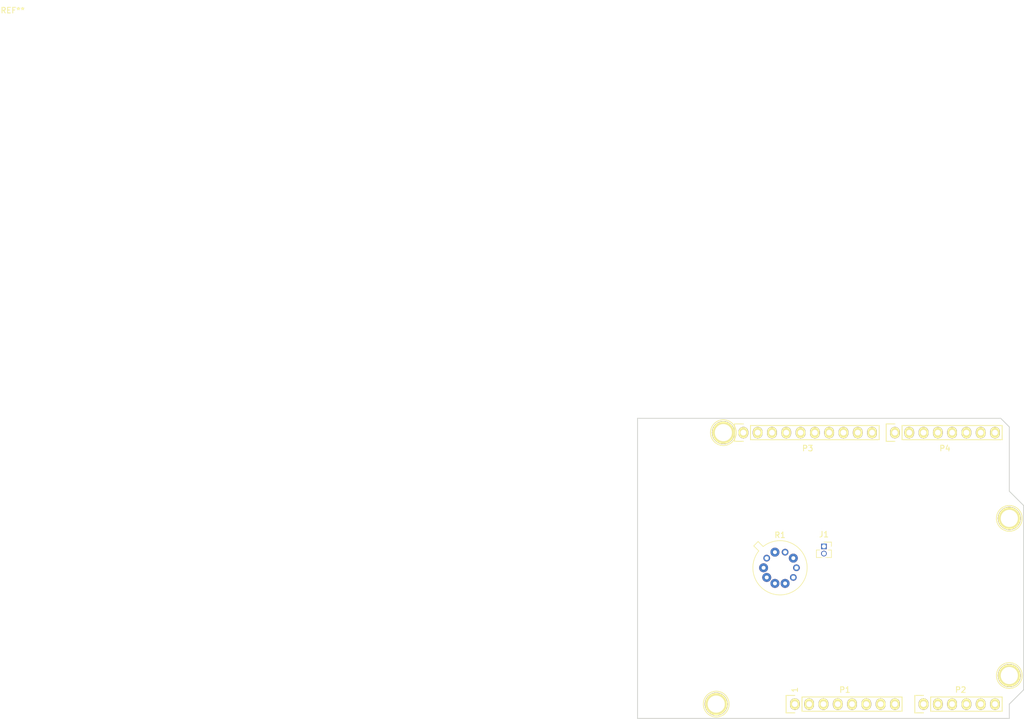
<source format=kicad_pcb>
(kicad_pcb (version 20171130) (host pcbnew "(5.1.2)-2")

  (general
    (thickness 1.6)
    (drawings 27)
    (tracks 0)
    (zones 0)
    (modules 11)
    (nets 39)
  )

  (page A4)
  (title_block
    (date "lun. 30 mars 2015")
  )

  (layers
    (0 F.Cu signal)
    (31 B.Cu signal)
    (32 B.Adhes user)
    (33 F.Adhes user)
    (34 B.Paste user)
    (35 F.Paste user)
    (36 B.SilkS user)
    (37 F.SilkS user)
    (38 B.Mask user)
    (39 F.Mask user)
    (40 Dwgs.User user)
    (41 Cmts.User user)
    (42 Eco1.User user)
    (43 Eco2.User user)
    (44 Edge.Cuts user)
    (45 Margin user)
    (46 B.CrtYd user)
    (47 F.CrtYd user)
    (48 B.Fab user)
    (49 F.Fab user)
  )

  (setup
    (last_trace_width 0.25)
    (trace_clearance 0.2)
    (zone_clearance 0.508)
    (zone_45_only no)
    (trace_min 0.2)
    (via_size 0.6)
    (via_drill 0.4)
    (via_min_size 0.4)
    (via_min_drill 0.3)
    (uvia_size 0.3)
    (uvia_drill 0.1)
    (uvias_allowed no)
    (uvia_min_size 0.2)
    (uvia_min_drill 0.1)
    (edge_width 0.15)
    (segment_width 0.15)
    (pcb_text_width 0.3)
    (pcb_text_size 1.5 1.5)
    (mod_edge_width 0.15)
    (mod_text_size 1 1)
    (mod_text_width 0.15)
    (pad_size 4.064 4.064)
    (pad_drill 3.048)
    (pad_to_mask_clearance 0)
    (aux_axis_origin 110.998 126.365)
    (grid_origin 110.998 126.365)
    (visible_elements 7FFFFFFF)
    (pcbplotparams
      (layerselection 0x00030_80000001)
      (usegerberextensions false)
      (usegerberattributes false)
      (usegerberadvancedattributes false)
      (creategerberjobfile false)
      (excludeedgelayer true)
      (linewidth 0.100000)
      (plotframeref false)
      (viasonmask false)
      (mode 1)
      (useauxorigin false)
      (hpglpennumber 1)
      (hpglpenspeed 20)
      (hpglpendiameter 15.000000)
      (psnegative false)
      (psa4output false)
      (plotreference true)
      (plotvalue true)
      (plotinvisibletext false)
      (padsonsilk false)
      (subtractmaskfromsilk false)
      (outputformat 1)
      (mirror false)
      (drillshape 1)
      (scaleselection 1)
      (outputdirectory ""))
  )

  (net 0 "")
  (net 1 /IOREF)
  (net 2 /Reset)
  (net 3 +5V)
  (net 4 GND)
  (net 5 /Vin)
  (net 6 /A0)
  (net 7 /A1)
  (net 8 /A2)
  (net 9 /A3)
  (net 10 /AREF)
  (net 11 "/A4(SDA)")
  (net 12 "/A5(SCL)")
  (net 13 "/9(**)")
  (net 14 /8)
  (net 15 /7)
  (net 16 "/6(**)")
  (net 17 "/5(**)")
  (net 18 /4)
  (net 19 "/3(**)")
  (net 20 /2)
  (net 21 "/1(Tx)")
  (net 22 "/0(Rx)")
  (net 23 "Net-(P5-Pad1)")
  (net 24 "Net-(P6-Pad1)")
  (net 25 "Net-(P7-Pad1)")
  (net 26 "Net-(P8-Pad1)")
  (net 27 "/13(SCK)")
  (net 28 "/10(**/SS)")
  (net 29 "Net-(P1-Pad1)")
  (net 30 +3V3)
  (net 31 "/12(MISO)")
  (net 32 "/11(**/MOSI)")
  (net 33 /Alu9)
  (net 34 /PolySi7)
  (net 35 /Alu4)
  (net 36 /Gaz3)
  (net 37 /PolySi2)
  (net 38 /Gaz1)

  (net_class Default "This is the default net class."
    (clearance 0.2)
    (trace_width 0.25)
    (via_dia 0.6)
    (via_drill 0.4)
    (uvia_dia 0.3)
    (uvia_drill 0.1)
    (add_net +3V3)
    (add_net +5V)
    (add_net "/0(Rx)")
    (add_net "/1(Tx)")
    (add_net "/10(**/SS)")
    (add_net "/11(**/MOSI)")
    (add_net "/12(MISO)")
    (add_net "/13(SCK)")
    (add_net /2)
    (add_net "/3(**)")
    (add_net /4)
    (add_net "/5(**)")
    (add_net "/6(**)")
    (add_net /7)
    (add_net /8)
    (add_net "/9(**)")
    (add_net /A0)
    (add_net /A1)
    (add_net /A2)
    (add_net /A3)
    (add_net "/A4(SDA)")
    (add_net "/A5(SCL)")
    (add_net /AREF)
    (add_net /Alu4)
    (add_net /Alu9)
    (add_net /Gaz1)
    (add_net /Gaz3)
    (add_net /IOREF)
    (add_net /PolySi2)
    (add_net /PolySi7)
    (add_net /Reset)
    (add_net /Vin)
    (add_net GND)
    (add_net "Net-(P1-Pad1)")
    (add_net "Net-(P5-Pad1)")
    (add_net "Net-(P6-Pad1)")
    (add_net "Net-(P7-Pad1)")
    (add_net "Net-(P8-Pad1)")
  )

  (module AIMEF (layer F.Cu) (tedit 5FD08BCE) (tstamp 5FD0DB63)
    (at 0 0)
    (fp_text reference REF** (at 0 0.5) (layer F.SilkS)
      (effects (font (size 1 1) (thickness 0.15)))
    )
    (fp_text value AIMEF (at 0 -0.5) (layer F.Fab)
      (effects (font (size 1 1) (thickness 0.15)))
    )
  )

  (module Socket_Arduino_Uno:Socket_Strip_Arduino_1x08 locked (layer F.Cu) (tedit 552168D2) (tstamp 551AF9EA)
    (at 138.938 123.825)
    (descr "Through hole socket strip")
    (tags "socket strip")
    (path /56D70129)
    (fp_text reference P1 (at 8.89 -2.54) (layer F.SilkS)
      (effects (font (size 1 1) (thickness 0.15)))
    )
    (fp_text value Power (at 8.89 -4.064) (layer F.Fab)
      (effects (font (size 1 1) (thickness 0.15)))
    )
    (fp_line (start -1.75 -1.75) (end -1.75 1.75) (layer F.CrtYd) (width 0.05))
    (fp_line (start 19.55 -1.75) (end 19.55 1.75) (layer F.CrtYd) (width 0.05))
    (fp_line (start -1.75 -1.75) (end 19.55 -1.75) (layer F.CrtYd) (width 0.05))
    (fp_line (start -1.75 1.75) (end 19.55 1.75) (layer F.CrtYd) (width 0.05))
    (fp_line (start 1.27 1.27) (end 19.05 1.27) (layer F.SilkS) (width 0.15))
    (fp_line (start 19.05 1.27) (end 19.05 -1.27) (layer F.SilkS) (width 0.15))
    (fp_line (start 19.05 -1.27) (end 1.27 -1.27) (layer F.SilkS) (width 0.15))
    (fp_line (start -1.55 1.55) (end 0 1.55) (layer F.SilkS) (width 0.15))
    (fp_line (start 1.27 1.27) (end 1.27 -1.27) (layer F.SilkS) (width 0.15))
    (fp_line (start 0 -1.55) (end -1.55 -1.55) (layer F.SilkS) (width 0.15))
    (fp_line (start -1.55 -1.55) (end -1.55 1.55) (layer F.SilkS) (width 0.15))
    (pad 1 thru_hole oval (at 0 0) (size 1.7272 2.032) (drill 1.016) (layers *.Cu *.Mask F.SilkS)
      (net 29 "Net-(P1-Pad1)"))
    (pad 2 thru_hole oval (at 2.54 0) (size 1.7272 2.032) (drill 1.016) (layers *.Cu *.Mask F.SilkS)
      (net 1 /IOREF))
    (pad 3 thru_hole oval (at 5.08 0) (size 1.7272 2.032) (drill 1.016) (layers *.Cu *.Mask F.SilkS)
      (net 2 /Reset))
    (pad 4 thru_hole oval (at 7.62 0) (size 1.7272 2.032) (drill 1.016) (layers *.Cu *.Mask F.SilkS)
      (net 30 +3V3))
    (pad 5 thru_hole oval (at 10.16 0) (size 1.7272 2.032) (drill 1.016) (layers *.Cu *.Mask F.SilkS)
      (net 3 +5V))
    (pad 6 thru_hole oval (at 12.7 0) (size 1.7272 2.032) (drill 1.016) (layers *.Cu *.Mask F.SilkS)
      (net 4 GND))
    (pad 7 thru_hole oval (at 15.24 0) (size 1.7272 2.032) (drill 1.016) (layers *.Cu *.Mask F.SilkS)
      (net 4 GND))
    (pad 8 thru_hole oval (at 17.78 0) (size 1.7272 2.032) (drill 1.016) (layers *.Cu *.Mask F.SilkS)
      (net 5 /Vin))
    (model ${KIPRJMOD}/Socket_Arduino_Uno.3dshapes/Socket_header_Arduino_1x08.wrl
      (offset (xyz 8.889999866485596 0 0))
      (scale (xyz 1 1 1))
      (rotate (xyz 0 0 180))
    )
  )

  (module Socket_Arduino_Uno:Socket_Strip_Arduino_1x06 locked (layer F.Cu) (tedit 552168D6) (tstamp 551AF9FF)
    (at 161.798 123.825)
    (descr "Through hole socket strip")
    (tags "socket strip")
    (path /56D70DD8)
    (fp_text reference P2 (at 6.604 -2.54) (layer F.SilkS)
      (effects (font (size 1 1) (thickness 0.15)))
    )
    (fp_text value Analog (at 6.604 -4.064) (layer F.Fab)
      (effects (font (size 1 1) (thickness 0.15)))
    )
    (fp_line (start -1.75 -1.75) (end -1.75 1.75) (layer F.CrtYd) (width 0.05))
    (fp_line (start 14.45 -1.75) (end 14.45 1.75) (layer F.CrtYd) (width 0.05))
    (fp_line (start -1.75 -1.75) (end 14.45 -1.75) (layer F.CrtYd) (width 0.05))
    (fp_line (start -1.75 1.75) (end 14.45 1.75) (layer F.CrtYd) (width 0.05))
    (fp_line (start 1.27 1.27) (end 13.97 1.27) (layer F.SilkS) (width 0.15))
    (fp_line (start 13.97 1.27) (end 13.97 -1.27) (layer F.SilkS) (width 0.15))
    (fp_line (start 13.97 -1.27) (end 1.27 -1.27) (layer F.SilkS) (width 0.15))
    (fp_line (start -1.55 1.55) (end 0 1.55) (layer F.SilkS) (width 0.15))
    (fp_line (start 1.27 1.27) (end 1.27 -1.27) (layer F.SilkS) (width 0.15))
    (fp_line (start 0 -1.55) (end -1.55 -1.55) (layer F.SilkS) (width 0.15))
    (fp_line (start -1.55 -1.55) (end -1.55 1.55) (layer F.SilkS) (width 0.15))
    (pad 1 thru_hole oval (at 0 0) (size 1.7272 2.032) (drill 1.016) (layers *.Cu *.Mask F.SilkS)
      (net 6 /A0))
    (pad 2 thru_hole oval (at 2.54 0) (size 1.7272 2.032) (drill 1.016) (layers *.Cu *.Mask F.SilkS)
      (net 7 /A1))
    (pad 3 thru_hole oval (at 5.08 0) (size 1.7272 2.032) (drill 1.016) (layers *.Cu *.Mask F.SilkS)
      (net 8 /A2))
    (pad 4 thru_hole oval (at 7.62 0) (size 1.7272 2.032) (drill 1.016) (layers *.Cu *.Mask F.SilkS)
      (net 9 /A3))
    (pad 5 thru_hole oval (at 10.16 0) (size 1.7272 2.032) (drill 1.016) (layers *.Cu *.Mask F.SilkS)
      (net 11 "/A4(SDA)"))
    (pad 6 thru_hole oval (at 12.7 0) (size 1.7272 2.032) (drill 1.016) (layers *.Cu *.Mask F.SilkS)
      (net 12 "/A5(SCL)"))
    (model ${KIPRJMOD}/Socket_Arduino_Uno.3dshapes/Socket_header_Arduino_1x06.wrl
      (offset (xyz 6.349999904632568 0 0))
      (scale (xyz 1 1 1))
      (rotate (xyz 0 0 180))
    )
  )

  (module Socket_Arduino_Uno:Socket_Strip_Arduino_1x10 locked (layer F.Cu) (tedit 552168BF) (tstamp 551AFA18)
    (at 129.794 75.565)
    (descr "Through hole socket strip")
    (tags "socket strip")
    (path /56D721E0)
    (fp_text reference P3 (at 11.43 2.794) (layer F.SilkS)
      (effects (font (size 1 1) (thickness 0.15)))
    )
    (fp_text value Digital (at 11.43 4.318) (layer F.Fab)
      (effects (font (size 1 1) (thickness 0.15)))
    )
    (fp_line (start -1.75 -1.75) (end -1.75 1.75) (layer F.CrtYd) (width 0.05))
    (fp_line (start 24.65 -1.75) (end 24.65 1.75) (layer F.CrtYd) (width 0.05))
    (fp_line (start -1.75 -1.75) (end 24.65 -1.75) (layer F.CrtYd) (width 0.05))
    (fp_line (start -1.75 1.75) (end 24.65 1.75) (layer F.CrtYd) (width 0.05))
    (fp_line (start 1.27 1.27) (end 24.13 1.27) (layer F.SilkS) (width 0.15))
    (fp_line (start 24.13 1.27) (end 24.13 -1.27) (layer F.SilkS) (width 0.15))
    (fp_line (start 24.13 -1.27) (end 1.27 -1.27) (layer F.SilkS) (width 0.15))
    (fp_line (start -1.55 1.55) (end 0 1.55) (layer F.SilkS) (width 0.15))
    (fp_line (start 1.27 1.27) (end 1.27 -1.27) (layer F.SilkS) (width 0.15))
    (fp_line (start 0 -1.55) (end -1.55 -1.55) (layer F.SilkS) (width 0.15))
    (fp_line (start -1.55 -1.55) (end -1.55 1.55) (layer F.SilkS) (width 0.15))
    (pad 1 thru_hole oval (at 0 0) (size 1.7272 2.032) (drill 1.016) (layers *.Cu *.Mask F.SilkS)
      (net 12 "/A5(SCL)"))
    (pad 2 thru_hole oval (at 2.54 0) (size 1.7272 2.032) (drill 1.016) (layers *.Cu *.Mask F.SilkS)
      (net 11 "/A4(SDA)"))
    (pad 3 thru_hole oval (at 5.08 0) (size 1.7272 2.032) (drill 1.016) (layers *.Cu *.Mask F.SilkS)
      (net 10 /AREF))
    (pad 4 thru_hole oval (at 7.62 0) (size 1.7272 2.032) (drill 1.016) (layers *.Cu *.Mask F.SilkS)
      (net 4 GND))
    (pad 5 thru_hole oval (at 10.16 0) (size 1.7272 2.032) (drill 1.016) (layers *.Cu *.Mask F.SilkS)
      (net 27 "/13(SCK)"))
    (pad 6 thru_hole oval (at 12.7 0) (size 1.7272 2.032) (drill 1.016) (layers *.Cu *.Mask F.SilkS)
      (net 31 "/12(MISO)"))
    (pad 7 thru_hole oval (at 15.24 0) (size 1.7272 2.032) (drill 1.016) (layers *.Cu *.Mask F.SilkS)
      (net 32 "/11(**/MOSI)"))
    (pad 8 thru_hole oval (at 17.78 0) (size 1.7272 2.032) (drill 1.016) (layers *.Cu *.Mask F.SilkS)
      (net 28 "/10(**/SS)"))
    (pad 9 thru_hole oval (at 20.32 0) (size 1.7272 2.032) (drill 1.016) (layers *.Cu *.Mask F.SilkS)
      (net 13 "/9(**)"))
    (pad 10 thru_hole oval (at 22.86 0) (size 1.7272 2.032) (drill 1.016) (layers *.Cu *.Mask F.SilkS)
      (net 14 /8))
    (model ${KIPRJMOD}/Socket_Arduino_Uno.3dshapes/Socket_header_Arduino_1x10.wrl
      (offset (xyz 11.42999982833862 0 0))
      (scale (xyz 1 1 1))
      (rotate (xyz 0 0 180))
    )
  )

  (module Socket_Arduino_Uno:Socket_Strip_Arduino_1x08 locked (layer F.Cu) (tedit 552168C7) (tstamp 551AFA2F)
    (at 156.718 75.565)
    (descr "Through hole socket strip")
    (tags "socket strip")
    (path /56D7164F)
    (fp_text reference P4 (at 8.89 2.794) (layer F.SilkS)
      (effects (font (size 1 1) (thickness 0.15)))
    )
    (fp_text value Digital (at 8.89 4.318) (layer F.Fab)
      (effects (font (size 1 1) (thickness 0.15)))
    )
    (fp_line (start -1.75 -1.75) (end -1.75 1.75) (layer F.CrtYd) (width 0.05))
    (fp_line (start 19.55 -1.75) (end 19.55 1.75) (layer F.CrtYd) (width 0.05))
    (fp_line (start -1.75 -1.75) (end 19.55 -1.75) (layer F.CrtYd) (width 0.05))
    (fp_line (start -1.75 1.75) (end 19.55 1.75) (layer F.CrtYd) (width 0.05))
    (fp_line (start 1.27 1.27) (end 19.05 1.27) (layer F.SilkS) (width 0.15))
    (fp_line (start 19.05 1.27) (end 19.05 -1.27) (layer F.SilkS) (width 0.15))
    (fp_line (start 19.05 -1.27) (end 1.27 -1.27) (layer F.SilkS) (width 0.15))
    (fp_line (start -1.55 1.55) (end 0 1.55) (layer F.SilkS) (width 0.15))
    (fp_line (start 1.27 1.27) (end 1.27 -1.27) (layer F.SilkS) (width 0.15))
    (fp_line (start 0 -1.55) (end -1.55 -1.55) (layer F.SilkS) (width 0.15))
    (fp_line (start -1.55 -1.55) (end -1.55 1.55) (layer F.SilkS) (width 0.15))
    (pad 1 thru_hole oval (at 0 0) (size 1.7272 2.032) (drill 1.016) (layers *.Cu *.Mask F.SilkS)
      (net 15 /7))
    (pad 2 thru_hole oval (at 2.54 0) (size 1.7272 2.032) (drill 1.016) (layers *.Cu *.Mask F.SilkS)
      (net 16 "/6(**)"))
    (pad 3 thru_hole oval (at 5.08 0) (size 1.7272 2.032) (drill 1.016) (layers *.Cu *.Mask F.SilkS)
      (net 17 "/5(**)"))
    (pad 4 thru_hole oval (at 7.62 0) (size 1.7272 2.032) (drill 1.016) (layers *.Cu *.Mask F.SilkS)
      (net 18 /4))
    (pad 5 thru_hole oval (at 10.16 0) (size 1.7272 2.032) (drill 1.016) (layers *.Cu *.Mask F.SilkS)
      (net 19 "/3(**)"))
    (pad 6 thru_hole oval (at 12.7 0) (size 1.7272 2.032) (drill 1.016) (layers *.Cu *.Mask F.SilkS)
      (net 20 /2))
    (pad 7 thru_hole oval (at 15.24 0) (size 1.7272 2.032) (drill 1.016) (layers *.Cu *.Mask F.SilkS)
      (net 21 "/1(Tx)"))
    (pad 8 thru_hole oval (at 17.78 0) (size 1.7272 2.032) (drill 1.016) (layers *.Cu *.Mask F.SilkS)
      (net 22 "/0(Rx)"))
    (model ${KIPRJMOD}/Socket_Arduino_Uno.3dshapes/Socket_header_Arduino_1x08.wrl
      (offset (xyz 8.889999866485596 0 0))
      (scale (xyz 1 1 1))
      (rotate (xyz 0 0 180))
    )
  )

  (module Socket_Arduino_Uno:Arduino_1pin locked (layer F.Cu) (tedit 5524FC39) (tstamp 5524FC3F)
    (at 124.968 123.825)
    (descr "module 1 pin (ou trou mecanique de percage)")
    (tags DEV)
    (path /56D71177)
    (fp_text reference P5 (at 0 -3.048) (layer F.SilkS) hide
      (effects (font (size 1 1) (thickness 0.15)))
    )
    (fp_text value CONN_01X01 (at 0 2.794) (layer F.Fab) hide
      (effects (font (size 1 1) (thickness 0.15)))
    )
    (fp_circle (center 0 0) (end 0 -2.286) (layer F.SilkS) (width 0.15))
    (pad 1 thru_hole circle (at 0 0) (size 4.064 4.064) (drill 3.048) (layers *.Cu *.Mask F.SilkS)
      (net 23 "Net-(P5-Pad1)"))
  )

  (module Socket_Arduino_Uno:Arduino_1pin locked (layer F.Cu) (tedit 5524FC4A) (tstamp 5524FC44)
    (at 177.038 118.745)
    (descr "module 1 pin (ou trou mecanique de percage)")
    (tags DEV)
    (path /56D71274)
    (fp_text reference P6 (at 0 -3.048) (layer F.SilkS) hide
      (effects (font (size 1 1) (thickness 0.15)))
    )
    (fp_text value CONN_01X01 (at 0 2.794) (layer F.Fab) hide
      (effects (font (size 1 1) (thickness 0.15)))
    )
    (fp_circle (center 0 0) (end 0 -2.286) (layer F.SilkS) (width 0.15))
    (pad 1 thru_hole circle (at 0 0) (size 4.064 4.064) (drill 3.048) (layers *.Cu *.Mask F.SilkS)
      (net 24 "Net-(P6-Pad1)"))
  )

  (module Socket_Arduino_Uno:Arduino_1pin locked (layer F.Cu) (tedit 5524FC2F) (tstamp 5524FC49)
    (at 126.238 75.565)
    (descr "module 1 pin (ou trou mecanique de percage)")
    (tags DEV)
    (path /56D712A8)
    (fp_text reference P7 (at 0 -3.048) (layer F.SilkS) hide
      (effects (font (size 1 1) (thickness 0.15)))
    )
    (fp_text value CONN_01X01 (at 0 2.794) (layer F.Fab) hide
      (effects (font (size 1 1) (thickness 0.15)))
    )
    (fp_circle (center 0 0) (end 0 -2.286) (layer F.SilkS) (width 0.15))
    (pad 1 thru_hole circle (at 0 0) (size 4.064 4.064) (drill 3.048) (layers *.Cu *.Mask F.SilkS)
      (net 25 "Net-(P7-Pad1)"))
  )

  (module Socket_Arduino_Uno:Arduino_1pin locked (layer F.Cu) (tedit 5524FC41) (tstamp 5524FC4E)
    (at 177.038 90.805)
    (descr "module 1 pin (ou trou mecanique de percage)")
    (tags DEV)
    (path /56D712DB)
    (fp_text reference P8 (at 0 -3.048) (layer F.SilkS) hide
      (effects (font (size 1 1) (thickness 0.15)))
    )
    (fp_text value CONN_01X01 (at 0 2.794) (layer F.Fab) hide
      (effects (font (size 1 1) (thickness 0.15)))
    )
    (fp_circle (center 0 0) (end 0 -2.286) (layer F.SilkS) (width 0.15))
    (pad 1 thru_hole circle (at 0 0) (size 4.064 4.064) (drill 3.048) (layers *.Cu *.Mask F.SilkS)
      (net 26 "Net-(P8-Pad1)"))
  )

  (module Connector_PinSocket_1.27mm:PinSocket_1x02_P1.27mm_Vertical (layer F.Cu) (tedit 5A19A41F) (tstamp 5FD0E3FE)
    (at 144.103001 95.790001)
    (descr "Through hole straight socket strip, 1x02, 1.27mm pitch, single row (from Kicad 4.0.7), script generated")
    (tags "Through hole socket strip THT 1x02 1.27mm single row")
    (path /5FD46AE3)
    (fp_text reference J1 (at 0 -2.135) (layer F.SilkS)
      (effects (font (size 1 1) (thickness 0.15)))
    )
    (fp_text value Conn_01x02_Female (at 0 3.405) (layer F.Fab)
      (effects (font (size 1 1) (thickness 0.15)))
    )
    (fp_line (start -1.27 -0.635) (end 0.635 -0.635) (layer F.Fab) (width 0.1))
    (fp_line (start 0.635 -0.635) (end 1.27 0) (layer F.Fab) (width 0.1))
    (fp_line (start 1.27 0) (end 1.27 1.905) (layer F.Fab) (width 0.1))
    (fp_line (start 1.27 1.905) (end -1.27 1.905) (layer F.Fab) (width 0.1))
    (fp_line (start -1.27 1.905) (end -1.27 -0.635) (layer F.Fab) (width 0.1))
    (fp_line (start -1.33 0.635) (end -0.76 0.635) (layer F.SilkS) (width 0.12))
    (fp_line (start 0.76 0.635) (end 1.33 0.635) (layer F.SilkS) (width 0.12))
    (fp_line (start -1.33 0.635) (end -1.33 1.965) (layer F.SilkS) (width 0.12))
    (fp_line (start -1.33 1.965) (end -0.30753 1.965) (layer F.SilkS) (width 0.12))
    (fp_line (start 0.30753 1.965) (end 1.33 1.965) (layer F.SilkS) (width 0.12))
    (fp_line (start 1.33 0.635) (end 1.33 1.965) (layer F.SilkS) (width 0.12))
    (fp_line (start 1.33 -0.76) (end 1.33 0) (layer F.SilkS) (width 0.12))
    (fp_line (start 0 -0.76) (end 1.33 -0.76) (layer F.SilkS) (width 0.12))
    (fp_line (start -1.8 -1.15) (end 1.75 -1.15) (layer F.CrtYd) (width 0.05))
    (fp_line (start 1.75 -1.15) (end 1.75 2.4) (layer F.CrtYd) (width 0.05))
    (fp_line (start 1.75 2.4) (end -1.8 2.4) (layer F.CrtYd) (width 0.05))
    (fp_line (start -1.8 2.4) (end -1.8 -1.15) (layer F.CrtYd) (width 0.05))
    (fp_text user %R (at 0 0.635 90) (layer F.Fab)
      (effects (font (size 1 1) (thickness 0.15)))
    )
    (pad 1 thru_hole rect (at 0 0) (size 1 1) (drill 0.7) (layers *.Cu *.Mask)
      (net 33 /Alu9))
    (pad 2 thru_hole oval (at 0 1.27) (size 1 1) (drill 0.7) (layers *.Cu *.Mask)
      (net 4 GND))
    (model ${KISYS3DMOD}/Connector_PinSocket_1.27mm.3dshapes/PinSocket_1x02_P1.27mm_Vertical.wrl
      (at (xyz 0 0 0))
      (scale (xyz 1 1 1))
      (rotate (xyz 0 0 0))
    )
  )

  (module MyAIME:TO-5-10_Window (layer F.Cu) (tedit 5FD090C9) (tstamp 5FD0E42A)
    (at 133.383001 99.590001)
    (descr "TO-5-10_Window, Window")
    (tags "TO-5-10_Window Window")
    (path /5FD1A66A)
    (fp_text reference R1 (at 2.92 -5.82) (layer F.SilkS)
      (effects (font (size 1 1) (thickness 0.15)))
    )
    (fp_text value AIME (at 2.92 5.82) (layer F.Fab)
      (effects (font (size 1 1) (thickness 0.15)))
    )
    (fp_arc (start 2.92 0) (end -0.077084 -3.774902) (angle 346.9) (layer F.SilkS) (width 0.12))
    (fp_arc (start 2.92 0) (end -0.085408 -3.61352) (angle 349.5) (layer F.Fab) (width 0.1))
    (fp_circle (center 2.92 0) (end 5.87 0) (layer F.Fab) (width 0.1))
    (fp_circle (center 2.92 0) (end 7.17 0) (layer F.Fab) (width 0.1))
    (fp_line (start 7.87 -4.95) (end -2.04 -4.95) (layer F.CrtYd) (width 0.05))
    (fp_line (start 7.87 4.95) (end 7.87 -4.95) (layer F.CrtYd) (width 0.05))
    (fp_line (start -2.04 4.95) (end 7.87 4.95) (layer F.CrtYd) (width 0.05))
    (fp_line (start -2.04 -4.95) (end -2.04 4.95) (layer F.CrtYd) (width 0.05))
    (fp_line (start -1.745856 -3.888039) (end -0.854902 -2.997084) (layer F.SilkS) (width 0.12))
    (fp_line (start -0.968039 -4.665856) (end -1.745856 -3.888039) (layer F.SilkS) (width 0.12))
    (fp_line (start -0.077084 -3.774902) (end -0.968039 -4.665856) (layer F.SilkS) (width 0.12))
    (fp_line (start 0.283 1.324) (end 1.596 2.637) (layer F.Fab) (width 0.1))
    (fp_line (start 0.009 0.485) (end 2.435 2.911) (layer F.Fab) (width 0.1))
    (fp_line (start -0.028 -0.12) (end 3.04 2.948) (layer F.Fab) (width 0.1))
    (fp_line (start 0.036 -0.622) (end 3.542 2.884) (layer F.Fab) (width 0.1))
    (fp_line (start 0.165 -1.058) (end 3.978 2.755) (layer F.Fab) (width 0.1))
    (fp_line (start 0.346 -1.443) (end 4.363 2.574) (layer F.Fab) (width 0.1))
    (fp_line (start 0.57 -1.784) (end 4.704 2.35) (layer F.Fab) (width 0.1))
    (fp_line (start 0.834 -2.086) (end 5.006 2.086) (layer F.Fab) (width 0.1))
    (fp_line (start 1.136 -2.35) (end 5.27 1.784) (layer F.Fab) (width 0.1))
    (fp_line (start 1.477 -2.574) (end 5.494 1.443) (layer F.Fab) (width 0.1))
    (fp_line (start 1.862 -2.755) (end 5.675 1.058) (layer F.Fab) (width 0.1))
    (fp_line (start 2.298 -2.884) (end 5.804 0.622) (layer F.Fab) (width 0.1))
    (fp_line (start 2.8 -2.948) (end 5.868 0.12) (layer F.Fab) (width 0.1))
    (fp_line (start 3.405 -2.911) (end 5.831 -0.485) (layer F.Fab) (width 0.1))
    (fp_line (start 4.244 -2.637) (end 5.557 -1.324) (layer F.Fab) (width 0.1))
    (fp_line (start -1.499621 -3.81151) (end -0.69352 -3.005408) (layer F.Fab) (width 0.1))
    (fp_line (start -0.89151 -4.419621) (end -1.499621 -3.81151) (layer F.Fab) (width 0.1))
    (fp_line (start -0.085408 -3.61352) (end -0.89151 -4.419621) (layer F.Fab) (width 0.1))
    (fp_text user %R (at 2.92 -5.82) (layer F.Fab)
      (effects (font (size 1 1) (thickness 0.15)))
    )
    (pad NC thru_hole oval (at 0.55767 -1.716333) (size 1.2 1.2) (drill 0.7) (layers *.Cu *.Mask))
    (pad 9 thru_hole oval (at 2.01767 -2.777085) (size 1.6 1.6) (drill 0.7) (layers *.Cu *.Mask)
      (net 33 /Alu9))
    (pad NC thru_hole oval (at 3.82233 -2.777085) (size 1.2 1.2) (drill 0.7) (layers *.Cu *.Mask))
    (pad 7 thru_hole oval (at 5.28233 -1.716333) (size 1.6 1.6) (drill 0.7) (layers *.Cu *.Mask)
      (net 34 /PolySi7))
    (pad NC thru_hole oval (at 5.84 0) (size 1.2 1.2) (drill 0.7) (layers *.Cu *.Mask))
    (pad NC thru_hole oval (at 5.28233 1.716333) (size 1.2 1.2) (drill 0.7) (layers *.Cu *.Mask))
    (pad 4 thru_hole oval (at 3.82233 2.777085) (size 1.6 1.6) (drill 0.7) (layers *.Cu *.Mask)
      (net 35 /Alu4))
    (pad 3 thru_hole oval (at 2.01767 2.777085) (size 1.6 1.6) (drill 0.7) (layers *.Cu *.Mask)
      (net 36 /Gaz3))
    (pad 2 thru_hole oval (at 0.55767 1.716333) (size 1.6 1.6) (drill 0.7) (layers *.Cu *.Mask)
      (net 37 /PolySi2))
    (pad 1 thru_hole oval (at 0 0) (size 1.6 1.6) (drill 0.7) (layers *.Cu *.Mask)
      (net 38 /Gaz1))
    (model ${KIPRJMOD}/Footprints/TO-5-10.wrl
      (offset (xyz 3 0 6))
      (scale (xyz 0.4 0.4 0.4))
      (rotate (xyz -90 0 0))
    )
  )

  (gr_text 1 (at 138.938 121.285 90) (layer F.SilkS)
    (effects (font (size 1 1) (thickness 0.15)))
  )
  (gr_circle (center 117.348 76.962) (end 118.618 76.962) (layer Dwgs.User) (width 0.15))
  (gr_line (start 114.427 78.994) (end 114.427 74.93) (angle 90) (layer Dwgs.User) (width 0.15))
  (gr_line (start 120.269 78.994) (end 114.427 78.994) (angle 90) (layer Dwgs.User) (width 0.15))
  (gr_line (start 120.269 74.93) (end 120.269 78.994) (angle 90) (layer Dwgs.User) (width 0.15))
  (gr_line (start 114.427 74.93) (end 120.269 74.93) (angle 90) (layer Dwgs.User) (width 0.15))
  (gr_line (start 120.523 93.98) (end 104.648 93.98) (angle 90) (layer Dwgs.User) (width 0.15))
  (gr_line (start 177.038 74.549) (end 175.514 73.025) (angle 90) (layer Edge.Cuts) (width 0.15))
  (gr_line (start 177.038 85.979) (end 177.038 74.549) (angle 90) (layer Edge.Cuts) (width 0.15))
  (gr_line (start 179.578 88.519) (end 177.038 85.979) (angle 90) (layer Edge.Cuts) (width 0.15))
  (gr_line (start 179.578 121.285) (end 179.578 88.519) (angle 90) (layer Edge.Cuts) (width 0.15))
  (gr_line (start 177.038 123.825) (end 179.578 121.285) (angle 90) (layer Edge.Cuts) (width 0.15))
  (gr_line (start 177.038 126.365) (end 177.038 123.825) (angle 90) (layer Edge.Cuts) (width 0.15))
  (gr_line (start 110.998 126.365) (end 177.038 126.365) (angle 90) (layer Edge.Cuts) (width 0.15))
  (gr_line (start 110.998 73.025) (end 110.998 126.365) (angle 90) (layer Edge.Cuts) (width 0.15))
  (gr_line (start 175.514 73.025) (end 110.998 73.025) (angle 90) (layer Edge.Cuts) (width 0.15))
  (gr_line (start 173.355 102.235) (end 173.355 94.615) (angle 90) (layer Dwgs.User) (width 0.15))
  (gr_line (start 178.435 102.235) (end 173.355 102.235) (angle 90) (layer Dwgs.User) (width 0.15))
  (gr_line (start 178.435 94.615) (end 178.435 102.235) (angle 90) (layer Dwgs.User) (width 0.15))
  (gr_line (start 173.355 94.615) (end 178.435 94.615) (angle 90) (layer Dwgs.User) (width 0.15))
  (gr_line (start 109.093 123.19) (end 109.093 114.3) (angle 90) (layer Dwgs.User) (width 0.15))
  (gr_line (start 122.428 123.19) (end 109.093 123.19) (angle 90) (layer Dwgs.User) (width 0.15))
  (gr_line (start 122.428 114.3) (end 122.428 123.19) (angle 90) (layer Dwgs.User) (width 0.15))
  (gr_line (start 109.093 114.3) (end 122.428 114.3) (angle 90) (layer Dwgs.User) (width 0.15))
  (gr_line (start 104.648 93.98) (end 104.648 82.55) (angle 90) (layer Dwgs.User) (width 0.15))
  (gr_line (start 120.523 82.55) (end 120.523 93.98) (angle 90) (layer Dwgs.User) (width 0.15))
  (gr_line (start 104.648 82.55) (end 120.523 82.55) (angle 90) (layer Dwgs.User) (width 0.15))

)

</source>
